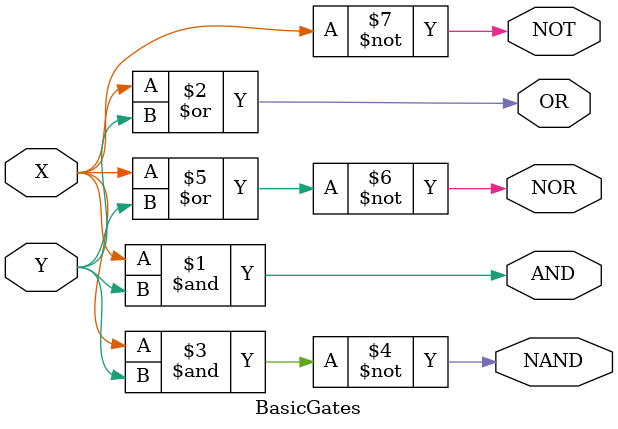
<source format=v>
`timescale 1ns / 1ps
module BasicGates(AND, OR, NOT, NAND, NOR, X, Y);
    output AND;
    output OR;
    output NOT;
    output NAND;
    output NOR;
    input X;
    input Y;
	 
	 and g1(AND,X,Y);
	 or g2(OR,X,Y);
	 not g3(NOT,X);
	 nand g4(NAND,X,Y);
	 nor g5(NOR,X,Y);


endmodule

</source>
